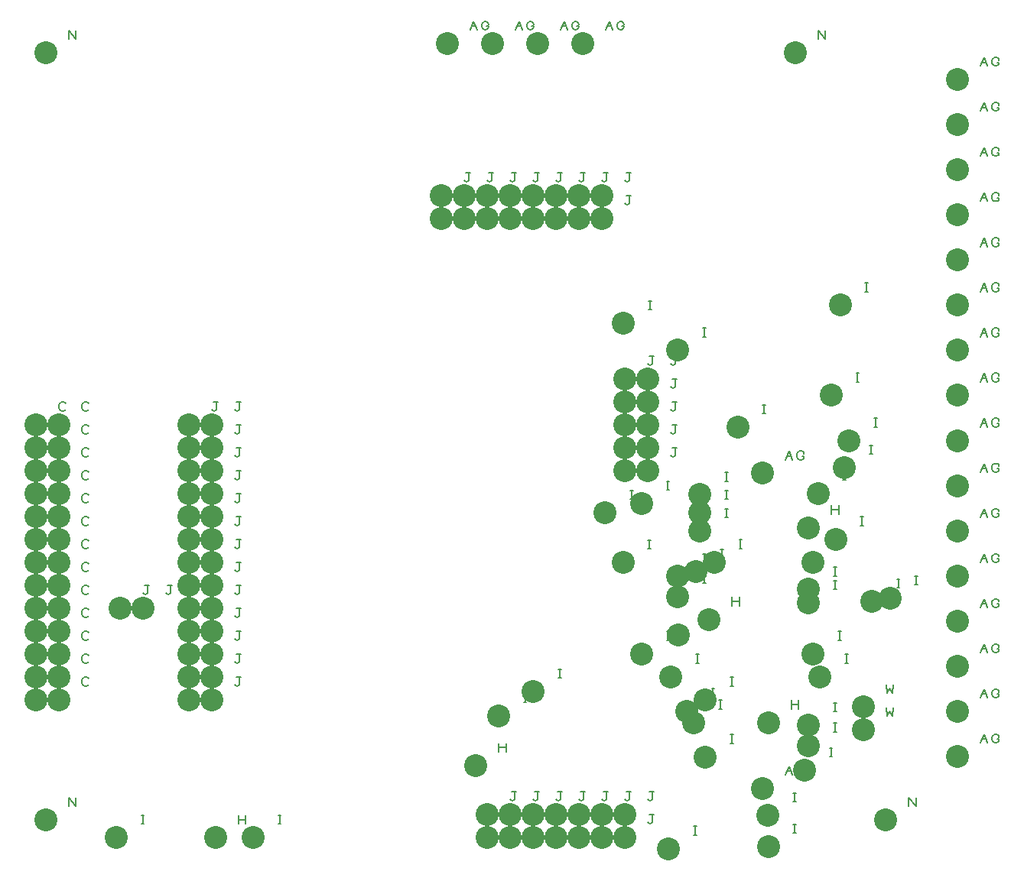
<source format=gbr>
G04 EasyPC Gerber Version 21.0.3 Build 4286 *
%FSLAX35Y35*%
%MOIN*%
%ADD73C,0.00500*%
%ADD72C,0.10000*%
X0Y0D02*
D02*
D72*
X23518Y80250D03*
Y90250D03*
Y100250D03*
Y110250D03*
Y120250D03*
Y130250D03*
Y140250D03*
Y150250D03*
Y160250D03*
Y170250D03*
Y180250D03*
Y190250D03*
Y200250D03*
X27809Y27809D03*
Y362455D03*
X33518Y80250D03*
Y90250D03*
Y100250D03*
Y110250D03*
Y120250D03*
Y130250D03*
Y140250D03*
Y150250D03*
Y160250D03*
Y170250D03*
Y180250D03*
Y190250D03*
Y200250D03*
X58518Y20014D03*
X60250Y120250D03*
X70250D03*
X90250Y80250D03*
Y90250D03*
Y100250D03*
Y110250D03*
Y120250D03*
Y130250D03*
Y140250D03*
Y150250D03*
Y160250D03*
Y170250D03*
Y180250D03*
Y190250D03*
Y200250D03*
X100250Y80250D03*
Y90250D03*
Y100250D03*
Y110250D03*
Y120250D03*
Y130250D03*
Y140250D03*
Y150250D03*
Y160250D03*
Y170250D03*
Y180250D03*
Y190250D03*
Y200250D03*
X101825Y20014D03*
X118163D03*
X200250Y290250D03*
Y300250D03*
X202809Y366470D03*
X210250Y290250D03*
Y300250D03*
X215329Y51510D03*
X220250Y20250D03*
Y30250D03*
Y290250D03*
Y300250D03*
X222494Y366470D03*
X225171Y73163D03*
X230250Y20250D03*
Y30250D03*
Y290250D03*
Y300250D03*
X240250Y20250D03*
Y30250D03*
Y83715D03*
Y290250D03*
Y300250D03*
X242179Y366470D03*
X250250Y20250D03*
Y30250D03*
Y290250D03*
Y300250D03*
X260250Y20250D03*
Y30250D03*
Y290250D03*
Y300250D03*
X261864Y366470D03*
X270250Y20250D03*
Y30250D03*
Y290250D03*
Y300250D03*
X271707Y161746D03*
X279423Y140093D03*
X279581Y244423D03*
X280250Y20250D03*
Y30250D03*
Y180250D03*
Y190250D03*
Y200250D03*
Y210250D03*
Y220250D03*
X287455Y100250D03*
Y165683D03*
X290250Y180250D03*
Y190250D03*
Y200250D03*
Y210250D03*
Y220250D03*
X299266Y15250D03*
X300250Y90250D03*
X303203Y125250D03*
Y134187D03*
Y232612D03*
X303400Y108518D03*
X307140Y75250D03*
X310250Y70250D03*
X311077Y136156D03*
X313045Y153872D03*
Y161746D03*
Y169620D03*
X315250Y55250D03*
Y80250D03*
X316982Y115250D03*
X319148Y140250D03*
X329423Y199148D03*
X340250Y41549D03*
Y178951D03*
X342573Y29856D03*
X342770Y15998D03*
Y70250D03*
X354581Y362455D03*
X358518Y49463D03*
X360289Y60250D03*
Y69226D03*
Y122376D03*
Y128281D03*
Y155250D03*
X362258Y100250D03*
Y140250D03*
X364423Y170250D03*
X365250Y90250D03*
X370132Y212927D03*
X372100Y150250D03*
X374069Y252297D03*
X376037Y181431D03*
X378006Y193242D03*
X384108Y67179D03*
Y77179D03*
X387848Y123124D03*
X393951Y27809D03*
X395722Y124344D03*
X425250Y55447D03*
Y75132D03*
Y94817D03*
Y114502D03*
Y134187D03*
Y153872D03*
Y173557D03*
Y193242D03*
Y212927D03*
Y232612D03*
Y252297D03*
Y271982D03*
Y291667D03*
Y311352D03*
Y331037D03*
Y350722D03*
D02*
D73*
X36643Y86813D02*
X36330Y86500D01*
X35705Y86187*
X34768*
X34143Y86500*
X33830Y86813*
X33518Y87437*
Y88687*
X33830Y89313*
X34143Y89625*
X34768Y89937*
X35705*
X36330Y89625*
X36643Y89313*
Y96813D02*
X36330Y96500D01*
X35705Y96187*
X34768*
X34143Y96500*
X33830Y96813*
X33518Y97437*
Y98687*
X33830Y99313*
X34143Y99625*
X34768Y99937*
X35705*
X36330Y99625*
X36643Y99313*
Y106813D02*
X36330Y106500D01*
X35705Y106187*
X34768*
X34143Y106500*
X33830Y106813*
X33518Y107437*
Y108687*
X33830Y109313*
X34143Y109625*
X34768Y109937*
X35705*
X36330Y109625*
X36643Y109313*
Y116813D02*
X36330Y116500D01*
X35705Y116187*
X34768*
X34143Y116500*
X33830Y116813*
X33518Y117437*
Y118687*
X33830Y119313*
X34143Y119625*
X34768Y119937*
X35705*
X36330Y119625*
X36643Y119313*
Y126813D02*
X36330Y126500D01*
X35705Y126187*
X34768*
X34143Y126500*
X33830Y126813*
X33518Y127437*
Y128687*
X33830Y129313*
X34143Y129625*
X34768Y129937*
X35705*
X36330Y129625*
X36643Y129313*
Y136813D02*
X36330Y136500D01*
X35705Y136187*
X34768*
X34143Y136500*
X33830Y136813*
X33518Y137437*
Y138687*
X33830Y139313*
X34143Y139625*
X34768Y139937*
X35705*
X36330Y139625*
X36643Y139313*
Y146813D02*
X36330Y146500D01*
X35705Y146187*
X34768*
X34143Y146500*
X33830Y146813*
X33518Y147437*
Y148687*
X33830Y149313*
X34143Y149625*
X34768Y149937*
X35705*
X36330Y149625*
X36643Y149313*
Y156813D02*
X36330Y156500D01*
X35705Y156187*
X34768*
X34143Y156500*
X33830Y156813*
X33518Y157437*
Y158687*
X33830Y159313*
X34143Y159625*
X34768Y159937*
X35705*
X36330Y159625*
X36643Y159313*
Y166813D02*
X36330Y166500D01*
X35705Y166187*
X34768*
X34143Y166500*
X33830Y166813*
X33518Y167437*
Y168687*
X33830Y169313*
X34143Y169625*
X34768Y169937*
X35705*
X36330Y169625*
X36643Y169313*
Y176813D02*
X36330Y176500D01*
X35705Y176187*
X34768*
X34143Y176500*
X33830Y176813*
X33518Y177437*
Y178687*
X33830Y179313*
X34143Y179625*
X34768Y179937*
X35705*
X36330Y179625*
X36643Y179313*
Y186813D02*
X36330Y186500D01*
X35705Y186187*
X34768*
X34143Y186500*
X33830Y186813*
X33518Y187437*
Y188687*
X33830Y189313*
X34143Y189625*
X34768Y189937*
X35705*
X36330Y189625*
X36643Y189313*
Y196813D02*
X36330Y196500D01*
X35705Y196187*
X34768*
X34143Y196500*
X33830Y196813*
X33518Y197437*
Y198687*
X33830Y199313*
X34143Y199625*
X34768Y199937*
X35705*
X36330Y199625*
X36643Y199313*
Y206813D02*
X36330Y206500D01*
X35705Y206187*
X34768*
X34143Y206500*
X33830Y206813*
X33518Y207437*
Y208687*
X33830Y209313*
X34143Y209625*
X34768Y209937*
X35705*
X36330Y209625*
X36643Y209313*
X37809Y33746D02*
Y37496D01*
X40934Y33746*
Y37496*
X37809Y368392D02*
Y372142D01*
X40934Y368392*
Y372142*
X46643Y86813D02*
X46330Y86500D01*
X45705Y86187*
X44768*
X44143Y86500*
X43830Y86813*
X43518Y87437*
Y88687*
X43830Y89313*
X44143Y89625*
X44768Y89937*
X45705*
X46330Y89625*
X46643Y89313*
Y96813D02*
X46330Y96500D01*
X45705Y96187*
X44768*
X44143Y96500*
X43830Y96813*
X43518Y97437*
Y98687*
X43830Y99313*
X44143Y99625*
X44768Y99937*
X45705*
X46330Y99625*
X46643Y99313*
Y106813D02*
X46330Y106500D01*
X45705Y106187*
X44768*
X44143Y106500*
X43830Y106813*
X43518Y107437*
Y108687*
X43830Y109313*
X44143Y109625*
X44768Y109937*
X45705*
X46330Y109625*
X46643Y109313*
Y116813D02*
X46330Y116500D01*
X45705Y116187*
X44768*
X44143Y116500*
X43830Y116813*
X43518Y117437*
Y118687*
X43830Y119313*
X44143Y119625*
X44768Y119937*
X45705*
X46330Y119625*
X46643Y119313*
Y126813D02*
X46330Y126500D01*
X45705Y126187*
X44768*
X44143Y126500*
X43830Y126813*
X43518Y127437*
Y128687*
X43830Y129313*
X44143Y129625*
X44768Y129937*
X45705*
X46330Y129625*
X46643Y129313*
Y136813D02*
X46330Y136500D01*
X45705Y136187*
X44768*
X44143Y136500*
X43830Y136813*
X43518Y137437*
Y138687*
X43830Y139313*
X44143Y139625*
X44768Y139937*
X45705*
X46330Y139625*
X46643Y139313*
Y146813D02*
X46330Y146500D01*
X45705Y146187*
X44768*
X44143Y146500*
X43830Y146813*
X43518Y147437*
Y148687*
X43830Y149313*
X44143Y149625*
X44768Y149937*
X45705*
X46330Y149625*
X46643Y149313*
Y156813D02*
X46330Y156500D01*
X45705Y156187*
X44768*
X44143Y156500*
X43830Y156813*
X43518Y157437*
Y158687*
X43830Y159313*
X44143Y159625*
X44768Y159937*
X45705*
X46330Y159625*
X46643Y159313*
Y166813D02*
X46330Y166500D01*
X45705Y166187*
X44768*
X44143Y166500*
X43830Y166813*
X43518Y167437*
Y168687*
X43830Y169313*
X44143Y169625*
X44768Y169937*
X45705*
X46330Y169625*
X46643Y169313*
Y176813D02*
X46330Y176500D01*
X45705Y176187*
X44768*
X44143Y176500*
X43830Y176813*
X43518Y177437*
Y178687*
X43830Y179313*
X44143Y179625*
X44768Y179937*
X45705*
X46330Y179625*
X46643Y179313*
Y186813D02*
X46330Y186500D01*
X45705Y186187*
X44768*
X44143Y186500*
X43830Y186813*
X43518Y187437*
Y188687*
X43830Y189313*
X44143Y189625*
X44768Y189937*
X45705*
X46330Y189625*
X46643Y189313*
Y196813D02*
X46330Y196500D01*
X45705Y196187*
X44768*
X44143Y196500*
X43830Y196813*
X43518Y197437*
Y198687*
X43830Y199313*
X44143Y199625*
X44768Y199937*
X45705*
X46330Y199625*
X46643Y199313*
Y206813D02*
X46330Y206500D01*
X45705Y206187*
X44768*
X44143Y206500*
X43830Y206813*
X43518Y207437*
Y208687*
X43830Y209313*
X44143Y209625*
X44768Y209937*
X45705*
X46330Y209625*
X46643Y209313*
X69455Y25951D02*
X70705D01*
X70080D02*
Y29701D01*
X69455D02*
X70705D01*
X70250Y126813D02*
X70563Y126500D01*
X71187Y126187*
X71813Y126500*
X72125Y126813*
Y129937*
X72750*
X72125D02*
X70875D01*
X80250Y126813D02*
X80563Y126500D01*
X81187Y126187*
X81813Y126500*
X82125Y126813*
Y129937*
X82750*
X82125D02*
X80875D01*
X100250Y86813D02*
X100563Y86500D01*
X101187Y86187*
X101813Y86500*
X102125Y86813*
Y89937*
X102750*
X102125D02*
X100875D01*
X100250Y96813D02*
X100563Y96500D01*
X101187Y96187*
X101813Y96500*
X102125Y96813*
Y99937*
X102750*
X102125D02*
X100875D01*
X100250Y106813D02*
X100563Y106500D01*
X101187Y106187*
X101813Y106500*
X102125Y106813*
Y109937*
X102750*
X102125D02*
X100875D01*
X100250Y116813D02*
X100563Y116500D01*
X101187Y116187*
X101813Y116500*
X102125Y116813*
Y119937*
X102750*
X102125D02*
X100875D01*
X100250Y126813D02*
X100563Y126500D01*
X101187Y126187*
X101813Y126500*
X102125Y126813*
Y129937*
X102750*
X102125D02*
X100875D01*
X100250Y136813D02*
X100563Y136500D01*
X101187Y136187*
X101813Y136500*
X102125Y136813*
Y139937*
X102750*
X102125D02*
X100875D01*
X100250Y146813D02*
X100563Y146500D01*
X101187Y146187*
X101813Y146500*
X102125Y146813*
Y149937*
X102750*
X102125D02*
X100875D01*
X100250Y156813D02*
X100563Y156500D01*
X101187Y156187*
X101813Y156500*
X102125Y156813*
Y159937*
X102750*
X102125D02*
X100875D01*
X100250Y166813D02*
X100563Y166500D01*
X101187Y166187*
X101813Y166500*
X102125Y166813*
Y169937*
X102750*
X102125D02*
X100875D01*
X100250Y176813D02*
X100563Y176500D01*
X101187Y176187*
X101813Y176500*
X102125Y176813*
Y179937*
X102750*
X102125D02*
X100875D01*
X100250Y186813D02*
X100563Y186500D01*
X101187Y186187*
X101813Y186500*
X102125Y186813*
Y189937*
X102750*
X102125D02*
X100875D01*
X100250Y196813D02*
X100563Y196500D01*
X101187Y196187*
X101813Y196500*
X102125Y196813*
Y199937*
X102750*
X102125D02*
X100875D01*
X100250Y206813D02*
X100563Y206500D01*
X101187Y206187*
X101813Y206500*
X102125Y206813*
Y209937*
X102750*
X102125D02*
X100875D01*
X110250Y86813D02*
X110563Y86500D01*
X111187Y86187*
X111813Y86500*
X112125Y86813*
Y89937*
X112750*
X112125D02*
X110875D01*
X110250Y96813D02*
X110563Y96500D01*
X111187Y96187*
X111813Y96500*
X112125Y96813*
Y99937*
X112750*
X112125D02*
X110875D01*
X110250Y106813D02*
X110563Y106500D01*
X111187Y106187*
X111813Y106500*
X112125Y106813*
Y109937*
X112750*
X112125D02*
X110875D01*
X110250Y116813D02*
X110563Y116500D01*
X111187Y116187*
X111813Y116500*
X112125Y116813*
Y119937*
X112750*
X112125D02*
X110875D01*
X110250Y126813D02*
X110563Y126500D01*
X111187Y126187*
X111813Y126500*
X112125Y126813*
Y129937*
X112750*
X112125D02*
X110875D01*
X110250Y136813D02*
X110563Y136500D01*
X111187Y136187*
X111813Y136500*
X112125Y136813*
Y139937*
X112750*
X112125D02*
X110875D01*
X110250Y146813D02*
X110563Y146500D01*
X111187Y146187*
X111813Y146500*
X112125Y146813*
Y149937*
X112750*
X112125D02*
X110875D01*
X110250Y156813D02*
X110563Y156500D01*
X111187Y156187*
X111813Y156500*
X112125Y156813*
Y159937*
X112750*
X112125D02*
X110875D01*
X110250Y166813D02*
X110563Y166500D01*
X111187Y166187*
X111813Y166500*
X112125Y166813*
Y169937*
X112750*
X112125D02*
X110875D01*
X110250Y176813D02*
X110563Y176500D01*
X111187Y176187*
X111813Y176500*
X112125Y176813*
Y179937*
X112750*
X112125D02*
X110875D01*
X110250Y186813D02*
X110563Y186500D01*
X111187Y186187*
X111813Y186500*
X112125Y186813*
Y189937*
X112750*
X112125D02*
X110875D01*
X110250Y196813D02*
X110563Y196500D01*
X111187Y196187*
X111813Y196500*
X112125Y196813*
Y199937*
X112750*
X112125D02*
X110875D01*
X110250Y206813D02*
X110563Y206500D01*
X111187Y206187*
X111813Y206500*
X112125Y206813*
Y209937*
X112750*
X112125D02*
X110875D01*
X111825Y25951D02*
Y29701D01*
Y27826D02*
X114950D01*
Y25951D02*
Y29701D01*
X129101Y25951D02*
X130351D01*
X129726D02*
Y29701D01*
X129101D02*
X130351D01*
X210250Y296813D02*
X210563Y296500D01*
X211187Y296187*
X211813Y296500*
X212125Y296813*
Y299937*
X212750*
X212125D02*
X210875D01*
X210250Y306813D02*
X210563Y306500D01*
X211187Y306187*
X211813Y306500*
X212125Y306813*
Y309937*
X212750*
X212125D02*
X210875D01*
X212809Y372408D02*
X214372Y376158D01*
X215934Y372408*
X213434Y373970D02*
X215309D01*
X219996D02*
X220934D01*
Y373658*
X220622Y373033*
X220309Y372720*
X219684Y372408*
X219059*
X218434Y372720*
X218122Y373033*
X217809Y373658*
Y374908*
X218122Y375533*
X218434Y375846*
X219059Y376158*
X219684*
X220309Y375846*
X220622Y375533*
X220934Y374908*
X220250Y296813D02*
X220563Y296500D01*
X221187Y296187*
X221813Y296500*
X222125Y296813*
Y299937*
X222750*
X222125D02*
X220875D01*
X220250Y306813D02*
X220563Y306500D01*
X221187Y306187*
X221813Y306500*
X222125Y306813*
Y309937*
X222750*
X222125D02*
X220875D01*
X225329Y57447D02*
Y61197D01*
Y59322D02*
X228454D01*
Y57447D02*
Y61197D01*
X230250Y26813D02*
X230563Y26500D01*
X231187Y26187*
X231813Y26500*
X232125Y26813*
Y29937*
X232750*
X232125D02*
X230875D01*
X230250Y36813D02*
X230563Y36500D01*
X231187Y36187*
X231813Y36500*
X232125Y36813*
Y39937*
X232750*
X232125D02*
X230875D01*
X230250Y296813D02*
X230563Y296500D01*
X231187Y296187*
X231813Y296500*
X232125Y296813*
Y299937*
X232750*
X232125D02*
X230875D01*
X230250Y306813D02*
X230563Y306500D01*
X231187Y306187*
X231813Y306500*
X232125Y306813*
Y309937*
X232750*
X232125D02*
X230875D01*
X232494Y372408D02*
X234057Y376158D01*
X235619Y372408*
X233119Y373970D02*
X234994D01*
X239681D02*
X240619D01*
Y373658*
X240307Y373033*
X239994Y372720*
X239369Y372408*
X238744*
X238119Y372720*
X237807Y373033*
X237494Y373658*
Y374908*
X237807Y375533*
X238119Y375846*
X238744Y376158*
X239369*
X239994Y375846*
X240307Y375533*
X240619Y374908*
X236109Y79101D02*
X237359D01*
X236734D02*
Y82851D01*
X236109D02*
X237359D01*
X240250Y26813D02*
X240563Y26500D01*
X241187Y26187*
X241813Y26500*
X242125Y26813*
Y29937*
X242750*
X242125D02*
X240875D01*
X240250Y36813D02*
X240563Y36500D01*
X241187Y36187*
X241813Y36500*
X242125Y36813*
Y39937*
X242750*
X242125D02*
X240875D01*
X240250Y296813D02*
X240563Y296500D01*
X241187Y296187*
X241813Y296500*
X242125Y296813*
Y299937*
X242750*
X242125D02*
X240875D01*
X240250Y306813D02*
X240563Y306500D01*
X241187Y306187*
X241813Y306500*
X242125Y306813*
Y309937*
X242750*
X242125D02*
X240875D01*
X250250Y26813D02*
X250563Y26500D01*
X251187Y26187*
X251813Y26500*
X252125Y26813*
Y29937*
X252750*
X252125D02*
X250875D01*
X250250Y36813D02*
X250563Y36500D01*
X251187Y36187*
X251813Y36500*
X252125Y36813*
Y39937*
X252750*
X252125D02*
X250875D01*
X251187Y89652D02*
X252437D01*
X251813D02*
Y93402D01*
X251187D02*
X252437D01*
X250250Y296813D02*
X250563Y296500D01*
X251187Y296187*
X251813Y296500*
X252125Y296813*
Y299937*
X252750*
X252125D02*
X250875D01*
X250250Y306813D02*
X250563Y306500D01*
X251187Y306187*
X251813Y306500*
X252125Y306813*
Y309937*
X252750*
X252125D02*
X250875D01*
X252179Y372408D02*
X253742Y376158D01*
X255304Y372408*
X252804Y373970D02*
X254679D01*
X259367D02*
X260304D01*
Y373658*
X259992Y373033*
X259679Y372720*
X259054Y372408*
X258429*
X257804Y372720*
X257492Y373033*
X257179Y373658*
Y374908*
X257492Y375533*
X257804Y375846*
X258429Y376158*
X259054*
X259679Y375846*
X259992Y375533*
X260304Y374908*
X260250Y26813D02*
X260563Y26500D01*
X261187Y26187*
X261813Y26500*
X262125Y26813*
Y29937*
X262750*
X262125D02*
X260875D01*
X260250Y36813D02*
X260563Y36500D01*
X261187Y36187*
X261813Y36500*
X262125Y36813*
Y39937*
X262750*
X262125D02*
X260875D01*
X260250Y296813D02*
X260563Y296500D01*
X261187Y296187*
X261813Y296500*
X262125Y296813*
Y299937*
X262750*
X262125D02*
X260875D01*
X260250Y306813D02*
X260563Y306500D01*
X261187Y306187*
X261813Y306500*
X262125Y306813*
Y309937*
X262750*
X262125D02*
X260875D01*
X270250Y26813D02*
X270563Y26500D01*
X271187Y26187*
X271813Y26500*
X272125Y26813*
Y29937*
X272750*
X272125D02*
X270875D01*
X270250Y36813D02*
X270563Y36500D01*
X271187Y36187*
X271813Y36500*
X272125Y36813*
Y39937*
X272750*
X272125D02*
X270875D01*
X270250Y296813D02*
X270563Y296500D01*
X271187Y296187*
X271813Y296500*
X272125Y296813*
Y299937*
X272750*
X272125D02*
X270875D01*
X270250Y306813D02*
X270563Y306500D01*
X271187Y306187*
X271813Y306500*
X272125Y306813*
Y309937*
X272750*
X272125D02*
X270875D01*
X271864Y372408D02*
X273427Y376158D01*
X274989Y372408*
X272489Y373970D02*
X274364D01*
X279052D02*
X279989D01*
Y373658*
X279677Y373033*
X279364Y372720*
X278739Y372408*
X278114*
X277489Y372720*
X277177Y373033*
X276864Y373658*
Y374908*
X277177Y375533*
X277489Y375846*
X278114Y376158*
X278739*
X279364Y375846*
X279677Y375533*
X279989Y374908*
X280250Y26813D02*
X280563Y26500D01*
X281187Y26187*
X281813Y26500*
X282125Y26813*
Y29937*
X282750*
X282125D02*
X280875D01*
X280250Y36813D02*
X280563Y36500D01*
X281187Y36187*
X281813Y36500*
X282125Y36813*
Y39937*
X282750*
X282125D02*
X280875D01*
X280250Y296813D02*
X280563Y296500D01*
X281187Y296187*
X281813Y296500*
X282125Y296813*
Y299937*
X282750*
X282125D02*
X280875D01*
X280250Y306813D02*
X280563Y306500D01*
X281187Y306187*
X281813Y306500*
X282125Y306813*
Y309937*
X282750*
X282125D02*
X280875D01*
X282644Y167683D02*
X283894D01*
X283269D02*
Y171433D01*
X282644D02*
X283894D01*
X290361Y146030D02*
X291611D01*
X290986D02*
Y149780D01*
X290361D02*
X291611D01*
X290518Y250361D02*
X291768D01*
X291143D02*
Y254111D01*
X290518D02*
X291768D01*
X290250Y26813D02*
X290563Y26500D01*
X291187Y26187*
X291813Y26500*
X292125Y26813*
Y29937*
X292750*
X292125D02*
X290875D01*
X290250Y36813D02*
X290563Y36500D01*
X291187Y36187*
X291813Y36500*
X292125Y36813*
Y39937*
X292750*
X292125D02*
X290875D01*
X290250Y186813D02*
X290563Y186500D01*
X291187Y186187*
X291813Y186500*
X292125Y186813*
Y189937*
X292750*
X292125D02*
X290875D01*
X290250Y196813D02*
X290563Y196500D01*
X291187Y196187*
X291813Y196500*
X292125Y196813*
Y199937*
X292750*
X292125D02*
X290875D01*
X290250Y206813D02*
X290563Y206500D01*
X291187Y206187*
X291813Y206500*
X292125Y206813*
Y209937*
X292750*
X292125D02*
X290875D01*
X290250Y216813D02*
X290563Y216500D01*
X291187Y216187*
X291813Y216500*
X292125Y216813*
Y219937*
X292750*
X292125D02*
X290875D01*
X290250Y226813D02*
X290563Y226500D01*
X291187Y226187*
X291813Y226500*
X292125Y226813*
Y229937*
X292750*
X292125D02*
X290875D01*
X298392Y106187D02*
X299642D01*
X299017D02*
Y109937D01*
X298392D02*
X299642D01*
X298392Y171620D02*
X299642D01*
X299017D02*
Y175370D01*
X298392D02*
X299642D01*
X300250Y186813D02*
X300563Y186500D01*
X301187Y186187*
X301813Y186500*
X302125Y186813*
Y189937*
X302750*
X302125D02*
X300875D01*
X300250Y196813D02*
X300563Y196500D01*
X301187Y196187*
X301813Y196500*
X302125Y196813*
Y199937*
X302750*
X302125D02*
X300875D01*
X300250Y206813D02*
X300563Y206500D01*
X301187Y206187*
X301813Y206500*
X302125Y206813*
Y209937*
X302750*
X302125D02*
X300875D01*
X300250Y216813D02*
X300563Y216500D01*
X301187Y216187*
X301813Y216500*
X302125Y216813*
Y219937*
X302750*
X302125D02*
X300875D01*
X300250Y226813D02*
X300563Y226500D01*
X301187Y226187*
X301813Y226500*
X302125Y226813*
Y229937*
X302750*
X302125D02*
X300875D01*
X310203Y21187D02*
X311453D01*
X310828D02*
Y24937D01*
X310203D02*
X311453D01*
X311187Y96187D02*
X312437D01*
X311813D02*
Y99937D01*
X311187D02*
X312437D01*
X314140Y131187D02*
X315390D01*
X314765D02*
Y134937D01*
X314140D02*
X315390D01*
X314140Y140124D02*
X315390D01*
X314765D02*
Y143874D01*
X314140D02*
X315390D01*
X314140Y238550D02*
X315390D01*
X314765D02*
Y242300D01*
X314140D02*
X315390D01*
X314337Y114455D02*
X315587D01*
X314962D02*
Y118205D01*
X314337D02*
X315587D01*
X318077Y81187D02*
X319327D01*
X318702D02*
Y84937D01*
X318077D02*
X319327D01*
X321187Y76187D02*
X322437D01*
X321813D02*
Y79937D01*
X321187D02*
X322437D01*
X322014Y142093D02*
X323264D01*
X322639D02*
Y145843D01*
X322014D02*
X323264D01*
X323983Y159809D02*
X325233D01*
X324608D02*
Y163559D01*
X323983D02*
X325233D01*
X323983Y167683D02*
X325233D01*
X324608D02*
Y171433D01*
X323983D02*
X325233D01*
X323983Y175557D02*
X325233D01*
X324608D02*
Y179307D01*
X323983D02*
X325233D01*
X326187Y61187D02*
X327437D01*
X326813D02*
Y64937D01*
X326187D02*
X327437D01*
X326187Y86187D02*
X327437D01*
X326813D02*
Y89937D01*
X326187D02*
X327437D01*
X326982Y121187D02*
Y124937D01*
Y123063D02*
X330107D01*
Y121187D02*
Y124937D01*
X330085Y146187D02*
X331335D01*
X330710D02*
Y149937D01*
X330085D02*
X331335D01*
X340361Y205085D02*
X341611D01*
X340986D02*
Y208835D01*
X340361D02*
X341611D01*
X350250Y47487D02*
X351813Y51237D01*
X353375Y47487*
X350875Y49049D02*
X352750D01*
X357437D02*
X358375D01*
Y48737*
X358063Y48112*
X357750Y47799*
X357125Y47487*
X356500*
X355875Y47799*
X355563Y48112*
X355250Y48737*
Y49987*
X355563Y50612*
X355875Y50924*
X356500Y51237*
X357125*
X357750Y50924*
X358063Y50612*
X358375Y49987*
X350250Y184888D02*
X351813Y188638D01*
X353375Y184888*
X350875Y186451D02*
X352750D01*
X357437D02*
X358375D01*
Y186138*
X358063Y185513*
X357750Y185201*
X357125Y184888*
X356500*
X355875Y185201*
X355563Y185513*
X355250Y186138*
Y187388*
X355563Y188013*
X355875Y188326*
X356500Y188638*
X357125*
X357750Y188326*
X358063Y188013*
X358375Y187388*
X353510Y35794D02*
X354760D01*
X354135D02*
Y39544D01*
X353510D02*
X354760D01*
X353707Y21935D02*
X354957D01*
X354332D02*
Y25685D01*
X353707D02*
X354957D01*
X352770Y76187D02*
Y79937D01*
Y78063D02*
X355895D01*
Y76187D02*
Y79937D01*
X364581Y368392D02*
Y372142D01*
X367706Y368392*
Y372142*
X369455Y55400D02*
X370705D01*
X370080D02*
Y59150D01*
X369455D02*
X370705D01*
X371227Y66187D02*
X372477D01*
X371852D02*
Y69937D01*
X371227D02*
X372477D01*
X371227Y75164D02*
X372477D01*
X371852D02*
Y78914D01*
X371227D02*
X372477D01*
X371227Y128313D02*
X372477D01*
X371852D02*
Y132063D01*
X371227D02*
X372477D01*
X371227Y134219D02*
X372477D01*
X371852D02*
Y137969D01*
X371227D02*
X372477D01*
X370289Y161187D02*
Y164937D01*
Y163063D02*
X373415D01*
Y161187D02*
Y164937D01*
X373195Y106187D02*
X374445D01*
X373820D02*
Y109937D01*
X373195D02*
X374445D01*
X373195Y146187D02*
X374445D01*
X373820D02*
Y149937D01*
X373195D02*
X374445D01*
X375361Y176187D02*
X376611D01*
X375986D02*
Y179937D01*
X375361D02*
X376611D01*
X376187Y96187D02*
X377437D01*
X376813D02*
Y99937D01*
X376187D02*
X377437D01*
X381069Y218865D02*
X382319D01*
X381694D02*
Y222615D01*
X381069D02*
X382319D01*
X383038Y156187D02*
X384288D01*
X383663D02*
Y159937D01*
X383038D02*
X384288D01*
X385006Y258235D02*
X386256D01*
X385631D02*
Y261985D01*
X385006D02*
X386256D01*
X386975Y187369D02*
X388225D01*
X387600D02*
Y191119D01*
X386975D02*
X388225D01*
X388943Y199180D02*
X390193D01*
X389569D02*
Y202930D01*
X388943D02*
X390193D01*
X394108Y76867D02*
X394421Y73117D01*
X395671Y74992*
X396921Y73117*
X397233Y76867*
X394108Y86867D02*
X394421Y83117D01*
X395671Y84992*
X396921Y83117*
X397233Y86867*
X398786Y129061D02*
X400036D01*
X399411D02*
Y132811D01*
X398786D02*
X400036D01*
X403951Y33746D02*
Y37496D01*
X407076Y33746*
Y37496*
X406660Y130282D02*
X407910D01*
X407285D02*
Y134032D01*
X406660D02*
X407910D01*
X435250Y61384D02*
X436813Y65134D01*
X438375Y61384*
X435875Y62947D02*
X437750D01*
X442437D02*
X443375D01*
Y62634*
X443063Y62009*
X442750Y61697*
X442125Y61384*
X441500*
X440875Y61697*
X440563Y62009*
X440250Y62634*
Y63884*
X440563Y64509*
X440875Y64822*
X441500Y65134*
X442125*
X442750Y64822*
X443063Y64509*
X443375Y63884*
X435250Y81069D02*
X436813Y84819D01*
X438375Y81069*
X435875Y82632D02*
X437750D01*
X442437D02*
X443375D01*
Y82319*
X443063Y81694*
X442750Y81382*
X442125Y81069*
X441500*
X440875Y81382*
X440563Y81694*
X440250Y82319*
Y83569*
X440563Y84194*
X440875Y84507*
X441500Y84819*
X442125*
X442750Y84507*
X443063Y84194*
X443375Y83569*
X435250Y100754D02*
X436813Y104504D01*
X438375Y100754*
X435875Y102317D02*
X437750D01*
X442437D02*
X443375D01*
Y102004*
X443063Y101380*
X442750Y101067*
X442125Y100754*
X441500*
X440875Y101067*
X440563Y101380*
X440250Y102004*
Y103254*
X440563Y103880*
X440875Y104192*
X441500Y104504*
X442125*
X442750Y104192*
X443063Y103880*
X443375Y103254*
X435250Y120439D02*
X436813Y124189D01*
X438375Y120439*
X435875Y122002D02*
X437750D01*
X442437D02*
X443375D01*
Y121689*
X443063Y121065*
X442750Y120752*
X442125Y120439*
X441500*
X440875Y120752*
X440563Y121065*
X440250Y121689*
Y122939*
X440563Y123565*
X440875Y123877*
X441500Y124189*
X442125*
X442750Y123877*
X443063Y123565*
X443375Y122939*
X435250Y140124D02*
X436813Y143874D01*
X438375Y140124*
X435875Y141687D02*
X437750D01*
X442437D02*
X443375D01*
Y141374*
X443063Y140750*
X442750Y140437*
X442125Y140124*
X441500*
X440875Y140437*
X440563Y140750*
X440250Y141374*
Y142624*
X440563Y143250*
X440875Y143562*
X441500Y143874*
X442125*
X442750Y143562*
X443063Y143250*
X443375Y142624*
X435250Y159809D02*
X436813Y163559D01*
X438375Y159809*
X435875Y161372D02*
X437750D01*
X442437D02*
X443375D01*
Y161059*
X443063Y160435*
X442750Y160122*
X442125Y159809*
X441500*
X440875Y160122*
X440563Y160435*
X440250Y161059*
Y162309*
X440563Y162935*
X440875Y163247*
X441500Y163559*
X442125*
X442750Y163247*
X443063Y162935*
X443375Y162309*
X435250Y179494D02*
X436813Y183244D01*
X438375Y179494*
X435875Y181057D02*
X437750D01*
X442437D02*
X443375D01*
Y180744*
X443063Y180120*
X442750Y179807*
X442125Y179494*
X441500*
X440875Y179807*
X440563Y180120*
X440250Y180744*
Y181994*
X440563Y182620*
X440875Y182932*
X441500Y183244*
X442125*
X442750Y182932*
X443063Y182620*
X443375Y181994*
X435250Y199180D02*
X436813Y202930D01*
X438375Y199180*
X435875Y200742D02*
X437750D01*
X442437D02*
X443375D01*
Y200430*
X443063Y199805*
X442750Y199492*
X442125Y199180*
X441500*
X440875Y199492*
X440563Y199805*
X440250Y200430*
Y201680*
X440563Y202305*
X440875Y202617*
X441500Y202930*
X442125*
X442750Y202617*
X443063Y202305*
X443375Y201680*
X435250Y218865D02*
X436813Y222615D01*
X438375Y218865*
X435875Y220427D02*
X437750D01*
X442437D02*
X443375D01*
Y220115*
X443063Y219490*
X442750Y219177*
X442125Y218865*
X441500*
X440875Y219177*
X440563Y219490*
X440250Y220115*
Y221365*
X440563Y221990*
X440875Y222302*
X441500Y222615*
X442125*
X442750Y222302*
X443063Y221990*
X443375Y221365*
X435250Y238550D02*
X436813Y242300D01*
X438375Y238550*
X435875Y240112D02*
X437750D01*
X442437D02*
X443375D01*
Y239800*
X443063Y239175*
X442750Y238862*
X442125Y238550*
X441500*
X440875Y238862*
X440563Y239175*
X440250Y239800*
Y241050*
X440563Y241675*
X440875Y241987*
X441500Y242300*
X442125*
X442750Y241987*
X443063Y241675*
X443375Y241050*
X435250Y258235D02*
X436813Y261985D01*
X438375Y258235*
X435875Y259797D02*
X437750D01*
X442437D02*
X443375D01*
Y259485*
X443063Y258860*
X442750Y258547*
X442125Y258235*
X441500*
X440875Y258547*
X440563Y258860*
X440250Y259485*
Y260735*
X440563Y261360*
X440875Y261672*
X441500Y261985*
X442125*
X442750Y261672*
X443063Y261360*
X443375Y260735*
X435250Y277920D02*
X436813Y281670D01*
X438375Y277920*
X435875Y279482D02*
X437750D01*
X442437D02*
X443375D01*
Y279170*
X443063Y278545*
X442750Y278232*
X442125Y277920*
X441500*
X440875Y278232*
X440563Y278545*
X440250Y279170*
Y280420*
X440563Y281045*
X440875Y281357*
X441500Y281670*
X442125*
X442750Y281357*
X443063Y281045*
X443375Y280420*
X435250Y297605D02*
X436813Y301355D01*
X438375Y297605*
X435875Y299167D02*
X437750D01*
X442437D02*
X443375D01*
Y298855*
X443063Y298230*
X442750Y297917*
X442125Y297605*
X441500*
X440875Y297917*
X440563Y298230*
X440250Y298855*
Y300105*
X440563Y300730*
X440875Y301043*
X441500Y301355*
X442125*
X442750Y301043*
X443063Y300730*
X443375Y300105*
X435250Y317290D02*
X436813Y321040D01*
X438375Y317290*
X435875Y318852D02*
X437750D01*
X442437D02*
X443375D01*
Y318540*
X443063Y317915*
X442750Y317602*
X442125Y317290*
X441500*
X440875Y317602*
X440563Y317915*
X440250Y318540*
Y319790*
X440563Y320415*
X440875Y320728*
X441500Y321040*
X442125*
X442750Y320728*
X443063Y320415*
X443375Y319790*
X435250Y336975D02*
X436813Y340725D01*
X438375Y336975*
X435875Y338537D02*
X437750D01*
X442437D02*
X443375D01*
Y338225*
X443063Y337600*
X442750Y337287*
X442125Y336975*
X441500*
X440875Y337287*
X440563Y337600*
X440250Y338225*
Y339475*
X440563Y340100*
X440875Y340413*
X441500Y340725*
X442125*
X442750Y340413*
X443063Y340100*
X443375Y339475*
X435250Y356660D02*
X436813Y360410D01*
X438375Y356660*
X435875Y358222D02*
X437750D01*
X442437D02*
X443375D01*
Y357910*
X443063Y357285*
X442750Y356972*
X442125Y356660*
X441500*
X440875Y356972*
X440563Y357285*
X440250Y357910*
Y359160*
X440563Y359785*
X440875Y360098*
X441500Y360410*
X442125*
X442750Y360098*
X443063Y359785*
X443375Y359160*
X0Y0D02*
M02*

</source>
